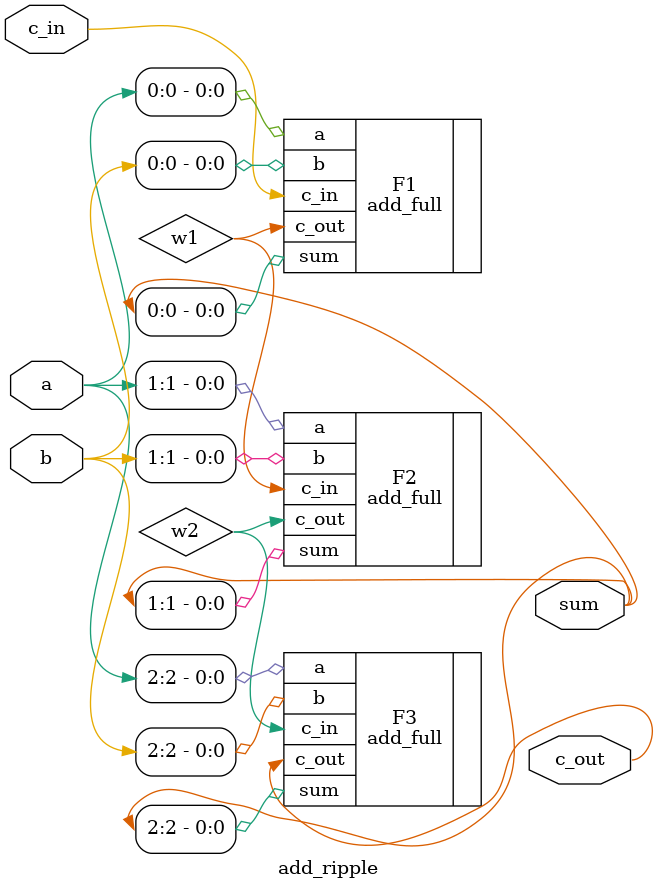
<source format=v>
`timescale 1ns / 1ps


module add_ripple(
    output [2:0] sum,
    output c_out, 
    input [2:0] a,
    input [2:0] b,
    input c_in
    );
    wire w1;
    wire w2;
    
    add_full F1(.sum(sum[0]), .c_out(w1), .a(a[0]), .b(b[0]), .c_in(c_in));
    
    add_full F2(.sum(sum[1]), .c_out(w2), .a(a[1]), .b(b[1]), .c_in(w1));
    add_full F3(.sum(sum[2]), .c_out(c_out), .a(a[2]), .b(b[2]), .c_in(w2));
endmodule

</source>
